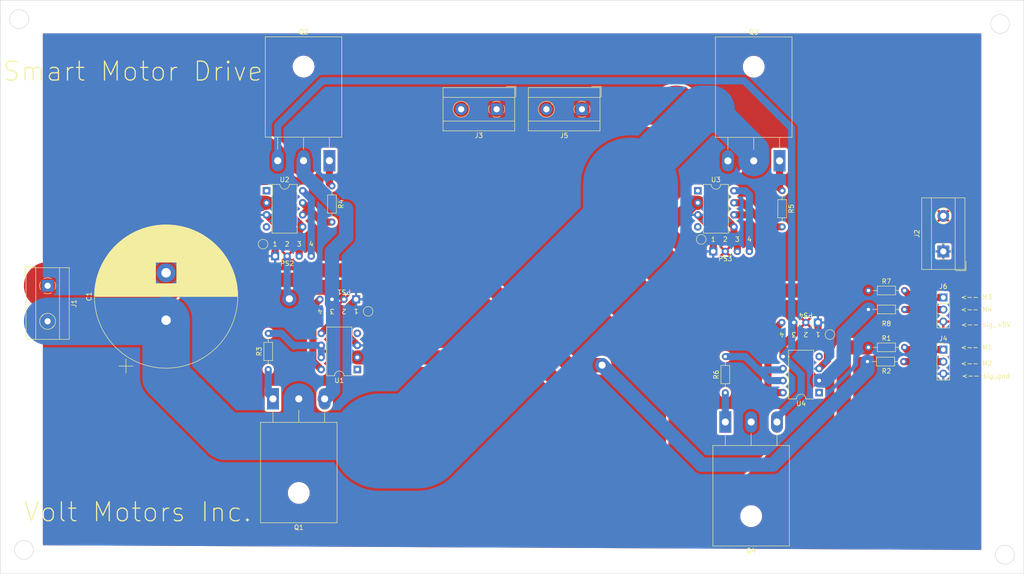
<source format=kicad_pcb>
(kicad_pcb (version 20211014) (generator pcbnew)
  (layers (0 "F.Cu" signal) (31 "B.Cu" signal) (34 "B.Paste" user) (35 "F.Paste" user) (36 "B.SilkS" user "B.Silkscreen") (37 "F.SilkS" user "F.Silkscreen") (38 "B.Mask" user) (39 "F.Mask" user) (44 "Edge.Cuts" user))
  (net 0 "")
  (net 1 "HV_VEE")
  (net 2 "HV_VCC")
  (net 3 "GND")
  (net 4 "+5V")
  (net 5 "Net-(J3-Pad1)")
  (net 6 "Net-(J3-Pad2)")
  (net 7 "Net-(J5-Pad1)")
  (net 8 "Net-(Q1-Pad1)")
  (net 9 "Net-(Q2-Pad1)")
  (net 10 "Net-(Q3-Pad1)")
  (net 11 "Net-(Q4-Pad1)")
  (net 12 "Net-(R1-Pad1)")
  (net 13 "Net-(R2-Pad1)")
  (net 14 "Net-(R3-Pad2)")
  (net 15 "Net-(R4-Pad2)")
  (net 16 "Net-(R5-Pad2)")
  (net 17 "Net-(R6-Pad2)")
  (net 18 "Net-(R7-Pad1)")
  (net 19 "Net-(R8-Pad1)")
  (net 22 "Net-(PS1-Pad4)")
  (net 25 "Net-(PS2-Pad4)")
  (net 28 "Net-(PS3-Pad4)")
  (net 31 "Net-(PS4-Pad4)")
  (net 32 "one")
  (net 33 "two")
  (net 34 "three")
  (net 35 "four")
  (footprint "Resistor_THT:R_Axial_DIN0204_L3.6mm_D1.6mm_P7.62mm_Horizontal" (layer "F.Cu") (at 90.55 101.92 90)
    (fp_text reference "R3" (at 3.81 -1.92 90) (layer "F.SilkS"))
    (fp_text value "R_US")
    (pad "1" thru_hole circle (at 0 0 90) (size 1.4 1.4) (drill 0.7) (layers *.Cu *.Mask) (net 8 "Net-(Q1-Pad1)"))
    (pad "2" thru_hole oval (at 7.62 0 90) (size 1.4 1.4) (drill 0.7) (layers *.Cu *.Mask) (net 14 "Net-(R3-Pad2)"))
  )
  (footprint "TerminalBlock_MetzConnect:TerminalBlock_MetzConnect_Type171_RT13702HBWC_1x02_P7.50mm_Horizontal" (layer "F.Cu") (at 138.75 47 180)
    (fp_text reference "J3" (at 3.75 -5.56) (layer "F.SilkS"))
    (fp_text value "motorOut")
    (pad "1" thru_hole rect (at 0 0 180) (size 2.5 2.5) (drill 1.3) (layers *.Cu *.Mask) (net 5 "Net-(J3-Pad1)"))
    (pad "2" thru_hole circle (at 7.5 0 180) (size 2.5 2.5) (drill 1.3) (layers *.Cu *.Mask) (net 6 "Net-(J3-Pad2)"))
  )
  (footprint "Module:roe0512" (layer "F.Cu") (at 187 77)
    (fp_text reference "PS3" (at 0 1.54 unlocked) (layer "F.SilkS"))
    (fp_text value "ROE-0512S")
    (fp_text user "3" (at 2.54 -2.54 unlocked) (layer "F.SilkS"))
    (fp_text user "2" (at 0 -2.54 unlocked) (layer "F.SilkS"))
    (fp_text user "4" (at 5.08 -2.54 unlocked) (layer "F.SilkS"))
    (fp_text user "1" (at -2.54 -2.54 unlocked) (layer "F.SilkS"))
    (pad "1" thru_hole rect (at -2.54 0) (size 1.7 1.7) (drill 1) (layers *.Cu *.Mask) (net 3 "GND"))
    (pad "2" thru_hole circle (at 0 0) (size 1.524 1.524) (drill 0.762) (layers *.Cu *.Mask) (net 4 "+5V"))
    (pad "3" thru_hole circle (at 2.54 0) (size 1.524 1.524) (drill 0.762) (layers *.Cu *.Mask) (net 7 "Net-(J5-Pad1)"))
    (pad "4" thru_hole circle (at 5.08 0) (size 1.524 1.524) (drill 0.762) (layers *.Cu *.Mask) (net 28 "Net-(PS3-Pad4)"))
  )
  (footprint "Package_DIP:DIP-8_W7.62mm" (layer "F.Cu") (at 206.8 106.8 180)
    (fp_text reference "U4" (at 3.81 -2.33) (layer "F.SilkS"))
    (fp_text value "TLP250")
    (pad "1" thru_hole rect (at 0 0 180) (size 1.6 1.6) (drill 0.8) (layers *.Cu *.Mask))
    (pad "2" thru_hole oval (at 0 2.54 180) (size 1.6 1.6) (drill 0.8) (layers *.Cu *.Mask) (net 19 "Net-(R8-Pad1)"))
    (pad "3" thru_hole oval (at 0 5.08 180) (size 1.6 1.6) (drill 0.8) (layers *.Cu *.Mask) (net 3 "GND"))
    (pad "4" thru_hole oval (at 0 7.62 180) (size 1.6 1.6) (drill 0.8) (layers *.Cu *.Mask))
    (pad "5" thru_hole oval (at 7.62 7.62 180) (size 1.6 1.6) (drill 0.8) (layers *.Cu *.Mask) (net 1 "HV_VEE"))
    (pad "6" thru_hole oval (at 7.62 5.08 180) (size 1.6 1.6) (drill 0.8) (layers *.Cu *.Mask) (net 17 "Net-(R6-Pad2)"))
    (pad "7" thru_hole oval (at 7.62 2.54 180) (size 1.6 1.6) (drill 0.8) (layers *.Cu *.Mask) (net 17 "Net-(R6-Pad2)"))
    (pad "8" thru_hole oval (at 7.62 0 180) (size 1.6 1.6) (drill 0.8) (layers *.Cu *.Mask) (net 31 "Net-(PS4-Pad4)"))
  )
  (footprint "Connector_PinHeader_2.54mm:PinHeader_1x03_P2.54mm_Vertical" (layer "F.Cu") (at 233 86.725)
    (fp_text reference "J6" (at 0 -2.33) (layer "F.SilkS"))
    (fp_text value "Conn_01x03_Male")
    (pad "1" thru_hole rect (at 0 0) (size 1.7 1.7) (drill 1) (layers *.Cu *.Mask) (net 34 "three"))
    (pad "2" thru_hole oval (at 0 2.54) (size 1.7 1.7) (drill 1) (layers *.Cu *.Mask) (net 35 "four"))
    (pad "3" thru_hole oval (at 0 5.08) (size 1.7 1.7) (drill 1) (layers *.Cu *.Mask) (net 4 "+5V"))
  )
  (footprint "Module:roe0512" (layer "F.Cu") (at 106.55 87.11 180)
    (fp_text reference "PS1" (at 0 1.54 180 unlocked) (layer "F.SilkS"))
    (fp_text value "ROE-0512S")
    (fp_text user "2" (at 0 -2.54 180 unlocked) (layer "F.SilkS"))
    (fp_text user "4" (at 5.08 -2.54 180 unlocked) (layer "F.SilkS"))
    (fp_text user "1" (at -2.54 -2.54 180 unlocked) (layer "F.SilkS"))
    (fp_text user "3" (at 2.54 -2.54 180 unlocked) (layer "F.SilkS"))
    (pad "1" thru_hole rect (at -2.54 0 180) (size 1.7 1.7) (drill 1) (layers *.Cu *.Mask) (net 3 "GND"))
    (pad "2" thru_hole circle (at 0 0 180) (size 1.524 1.524) (drill 0.762) (layers *.Cu *.Mask) (net 4 "+5V"))
    (pad "3" thru_hole circle (at 2.54 0 180) (size 1.524 1.524) (drill 0.762) (layers *.Cu *.Mask) (net 6 "Net-(J3-Pad2)"))
    (pad "4" thru_hole circle (at 5.08 0 180) (size 1.524 1.524) (drill 0.762) (layers *.Cu *.Mask) (net 22 "Net-(PS1-Pad4)"))
  )
  (footprint "Package_DIP:DIP-8_W7.62mm" (layer "F.Cu") (at 90.2 64.2)
    (fp_text reference "U2" (at 3.81 -2.33) (layer "F.SilkS"))
    (fp_text value "TLP250")
    (pad "1" thru_hole rect (at 0 0) (size 1.6 1.6) (drill 0.8) (layers *.Cu *.Mask))
    (pad "2" thru_hole oval (at 0 2.54) (size 1.6 1.6) (drill 0.8) (layers *.Cu *.Mask) (net 13 "Net-(R2-Pad1)"))
    (pad "3" thru_hole oval (at 0 5.08) (size 1.6 1.6) (drill 0.8) (layers *.Cu *.Mask) (net 3 "GND"))
    (pad "4" thru_hole oval (at 0 7.62) (size 1.6 1.6) (drill 0.8) (layers *.Cu *.Mask))
    (pad "5" thru_hole oval (at 7.62 7.62) (size 1.6 1.6) (drill 0.8) (layers *.Cu *.Mask) (net 1 "HV_VEE"))
    (pad "6" thru_hole oval (at 7.62 5.08) (size 1.6 1.6) (drill 0.8) (layers *.Cu *.Mask) (net 15 "Net-(R4-Pad2)"))
    (pad "7" thru_hole oval (at 7.62 2.54) (size 1.6 1.6) (drill 0.8) (layers *.Cu *.Mask) (net 15 "Net-(R4-Pad2)"))
    (pad "8" thru_hole oval (at 7.62 0) (size 1.6 1.6) (drill 0.8) (layers *.Cu *.Mask) (net 25 "Net-(PS2-Pad4)"))
  )
  (footprint "Package_TO_SOT_THT:TO-247-3_Horizontal_TabUp" (layer "F.Cu") (at 187 113)
    (fp_text reference "Q4" (at 5.45 27.15) (layer "F.SilkS"))
    (fp_text value "IXGH24N60C4D1")
    (pad "" np_thru_hole oval (at 5.45 19.86) (size 3.6 3.6) (drill 3.6) (layers *.Cu *.Mask))
    (pad "1" thru_hole rect (at 0 0) (size 2.5 4.5) (drill 1.5) (layers *.Cu *.Mask) (net 11 "Net-(Q4-Pad1)"))
    (pad "2" thru_hole oval (at 5.45 0) (size 2.5 4.5) (drill 1.5) (layers *.Cu *.Mask) (net 7 "Net-(J5-Pad1)"))
    (pad "3" thru_hole oval (at 10.9 0) (size 2.5 4.5) (drill 1.5) (layers *.Cu *.Mask) (net 1 "HV_VEE"))
  )
  (footprint "Resistor_THT:R_Axial_DIN0204_L3.6mm_D1.6mm_P7.62mm_Horizontal" (layer "F.Cu") (at 187 106.81 90)
    (fp_text reference "R6" (at 3.81 -1.92 90) (layer "F.SilkS"))
    (fp_text value "R_US")
    (pad "1" thru_hole circle (at 0 0 90) (size 1.4 1.4) (drill 0.7) (layers *.Cu *.Mask) (net 11 "Net-(Q4-Pad1)"))
    (pad "2" thru_hole oval (at 7.62 0 90) (size 1.4 1.4) (drill 0.7) (layers *.Cu *.Mask) (net 17 "Net-(R6-Pad2)"))
  )
  (footprint "Resistor_THT:R_Axial_DIN0204_L3.6mm_D1.6mm_P7.62mm_Horizontal" (layer "F.Cu") (at 199 64.19 -90)
    (fp_text reference "R5" (at 3.81 -1.92 90) (layer "F.SilkS"))
    (fp_text value "R_US")
    (pad "1" thru_hole circle (at 0 0 270) (size 1.4 1.4) (drill 0.7) (layers *.Cu *.Mask) (net 10 "Net-(Q3-Pad1)"))
    (pad "2" thru_hole oval (at 7.62 0 270) (size 1.4 1.4) (drill 0.7) (layers *.Cu *.Mask) (net 16 "Net-(R5-Pad2)"))
  )
  (footprint "Module:roe0512" (layer "F.Cu") (at 204 92 180)
    (fp_text reference "PS4" (at 0 1.54 180 unlocked) (layer "F.SilkS"))
    (fp_text value "ROE-0512S")
    (fp_text user "1" (at -2.54 -2.54 180 unlocked) (layer "F.SilkS"))
    (fp_text user "4" (at 5.08 -2.54 180 unlocked) (layer "F.SilkS"))
    (fp_text user "2" (at 0 -2.54 180 unlocked) (layer "F.SilkS"))
    (fp_text user "3" (at 2.54 -2.54 180 unlocked) (layer "F.SilkS"))
    (pad "1" thru_hole rect (at -2.54 0 180) (size 1.7 1.7) (drill 1) (layers *.Cu *.Mask) (net 3 "GND"))
    (pad "2" thru_hole circle (at 0 0 180) (size 1.524 1.524) (drill 0.762) (layers *.Cu *.Mask) (net 4 "+5V"))
    (pad "3" thru_hole circle (at 2.54 0 180) (size 1.524 1.524) (drill 0.762) (layers *.Cu *.Mask) (net 1 "HV_VEE"))
    (pad "4" thru_hole circle (at 5.08 0 180) (size 1.524 1.524) (drill 0.762) (layers *.Cu *.Mask) (net 31 "Net-(PS4-Pad4)"))
  )
  (footprint "TerminalBlock_MetzConnect:TerminalBlock_MetzConnect_Type171_RT13702HBWC_1x02_P7.50mm_Horizontal" (layer "F.Cu") (at 156.75 47 180)
    (fp_text reference "J5" (at 3.75 -5.56) (layer "F.SilkS"))
    (fp_text value "currentSens")
    (pad "1" thru_hole rect (at 0 0 180) (size 2.5 2.5) (drill 1.3) (layers *.Cu *.Mask) (net 7 "Net-(J5-Pad1)"))
    (pad "2" thru_hole circle (at 7.5 0 180) (size 2.5 2.5) (drill 1.3) (layers *.Cu *.Mask) (net 5 "Net-(J3-Pad1)"))
  )
  (footprint "Package_TO_SOT_THT:TO-247-3_Horizontal_TabUp" (layer "F.Cu") (at 91.55 108.11)
    (fp_text reference "Q1" (at 5.45 27.15) (layer "F.SilkS"))
    (fp_text value "IXGH24N60C4D1")
    (pad "" np_thru_hole oval (at 5.45 19.86) (size 3.6 3.6) (drill 3.6) (layers *.Cu *.Mask))
    (pad "1" thru_hole rect (at 0 0) (size 2.5 4.5) (drill 1.5) (layers *.Cu *.Mask) (net 8 "Net-(Q1-Pad1)"))
    (pad "2" thru_hole oval (at 5.45 0) (size 2.5 4.5) (drill 1.5) (layers *.Cu *.Mask) (net 2 "HV_VCC"))
    (pad "3" thru_hole oval (at 10.9 0) (size 2.5 4.5) (drill 1.5) (layers *.Cu *.Mask) (net 6 "Net-(J3-Pad2)"))
  )
  (footprint "TerminalBlock_MetzConnect:TerminalBlock_MetzConnect_Type171_RT13702HBWC_1x02_P7.50mm_Horizontal" (layer "F.Cu") (at 44 84.25 -90)
    (fp_text reference "J1" (at 3.75 -5.56 90) (layer "F.SilkS"))
    (fp_text value "HV_IN")
    (pad "1" thru_hole rect (at 0 0 270) (size 2.5 2.5) (drill 1.3) (layers *.Cu *.Mask) (net 1 "HV_VEE"))
    (pad "2" thru_hole circle (at 7.5 0 270) (size 2.5 2.5) (drill 1.3) (layers *.Cu *.Mask) (net 2 "HV_VCC"))
  )
  (footprint "Resistor_THT:R_Axial_DIN0204_L3.6mm_D1.6mm_P7.62mm_Horizontal" (layer "F.Cu") (at 217.19 89.25)
    (fp_text reference "R8" (at 3.81 3) (layer "F.SilkS"))
    (fp_text value "R_US")
    (pad "1" thru_hole circle (at 0 0) (size 1.4 1.4) (drill 0.7) (layers *.Cu *.Mask) (net 19 "Net-(R8-Pad1)"))
    (pad "2" thru_hole oval (at 7.62 0) (size 1.4 1.4) (drill 0.7) (layers *.Cu *.Mask) (net 35 "four"))
  )
  (footprint "Package_TO_SOT_THT:TO-247-3_Horizontal_TabUp" (layer "F.Cu") (at 103.45 57.86 180)
    (fp_text reference "Q2" (at 5.45 27.15) (layer "F.SilkS"))
    (fp_text value "IXGH24N60C4D1")
    (pad "" np_thru_hole oval (at 5.45 19.86 180) (size 3.6 3.6) (drill 3.6) (layers *.Cu *.Mask))
    (pad "1" thru_hole rect (at 0 0 180) (size 2.5 4.5) (drill 1.5) (layers *.Cu *.Mask) (net 9 "Net-(Q2-Pad1)"))
    (pad "2" thru_hole oval (at 5.45 0 180) (size 2.5 4.5) (drill 1.5) (layers *.Cu *.Mask) (net 6 "Net-(J3-Pad2)"))
    (pad "3" thru_hole oval (at 10.9 0 180) (size 2.5 4.5) (drill 1.5) (layers *.Cu *.Mask) (net 1 "HV_VEE"))
  )
  (footprint "Resistor_THT:R_Axial_DIN0204_L3.6mm_D1.6mm_P7.62mm_Horizontal" (layer "F.Cu") (at 104 63.19 -90)
    (fp_text reference "R4" (at 3.81 -1.92 90) (layer "F.SilkS"))
    (fp_text value "R_US")
    (pad "1" thru_hole circle (at 0 0 270) (size 1.4 1.4) (drill 0.7) (layers *.Cu *.Mask) (net 9 "Net-(Q2-Pad1)"))
    (pad "2" thru_hole oval (at 7.62 0 270) (size 1.4 1.4) (drill 0.7) (layers *.Cu *.Mask) (net 15 "Net-(R4-Pad2)"))
  )
  (footprint "Package_DIP:DIP-8_W7.62mm" (layer "F.Cu") (at 181.2 64.2)
    (fp_text reference "U3" (at 3.81 -2.33) (layer "F.SilkS"))
    (fp_text value "TLP250")
    (pad "1" thru_hole rect (at 0 0) (size 1.6 1.6) (drill 0.8) (layers *.Cu *.Mask))
    (pad "2" thru_hole oval (at 0 2.54) (size 1.6 1.6) (drill 0.8) (layers *.Cu *.Mask) (net 18 "Net-(R7-Pad1)"))
    (pad "3" thru_hole oval (at 0 5.08) (size 1.6 1.6) (drill 0.8) (layers *.Cu *.Mask) (net 3 "GND"))
    (pad "4" thru_hole oval (at 0 7.62) (size 1.6 1.6) (drill 0.8) (layers *.Cu *.Mask))
    (pad "5" thru_hole oval (at 7.62 7.62) (size 1.6 1.6) (drill 0.8) (layers *.Cu *.Mask) (net 7 "Net-(J5-Pad1)"))
    (pad "6" thru_hole oval (at 7.62 5.08) (size 1.6 1.6) (drill 0.8) (layers *.Cu *.Mask) (net 16 "Net-(R5-Pad2)"))
    (pad "7" thru_hole oval (at 7.62 2.54) (size 1.6 1.6) (drill 0.8) (layers *.Cu *.Mask) (net 16 "Net-(R5-Pad2)"))
    (pad "8" thru_hole oval (at 7.62 0) (size 1.6 1.6) (drill 0.8) (layers *.Cu *.Mask) (net 28 "Net-(PS3-Pad4)"))
  )
  (footprint "Resistor_THT:R_Axial_DIN0204_L3.6mm_D1.6mm_P7.62mm_Horizontal" (layer "F.Cu") (at 217.19 97.25)
    (fp_text reference "R1" (at 3.81 -1.92) (layer "F.SilkS"))
    (fp_text value "R_US")
    (pad "1" thru_hole circle (at 0 0) (size 1.4 1.4) (drill 0.7) (layers *.Cu *.Mask) (net 12 "Net-(R1-Pad1)"))
    (pad "2" thru_hole oval (at 7.62 0) (size 1.4 1.4) (drill 0.7) (layers *.Cu *.Mask) (net 32 "one"))
  )
  (footprint "Package_DIP:DIP-8_W7.62mm" (layer "F.Cu") (at 109.35 101.91 180)
    (fp_text reference "U1" (at 3.81 -2.33) (layer "F.SilkS"))
    (fp_text value "TLP250")
    (pad "1" thru_hole rect (at 0 0 180) (size 1.6 1.6) (drill 0.8) (layers *.Cu *.Mask))
    (pad "2" thru_hole oval (at 0 2.54 180) (size 1.6 1.6) (drill 0.8) (layers *.Cu *.Mask) (net 12 "Net-(R1-Pad1)"))
    (pad "3" thru_hole oval (at 0 5.08 180) (size 1.6 1.6) (drill 0.8) (layers *.Cu *.Mask) (net 3 "GND"))
    (pad "4" thru_hole oval (at 0 7.62 180) (size 1.6 1.6) (drill 0.8) (layers *.Cu *.Mask))
    (pad "5" thru_hole oval (at 7.62 7.62 180) (size 1.6 1.6) (drill 0.8) (layers *.Cu *.Mask) (net 6 "Net-(J3-Pad2)"))
    (pad "6" thru_hole oval (at 7.62 5.08 180) (size 1.6 1.6) (drill 0.8) (layers *.Cu *.Mask) (net 14 "Net-(R3-Pad2)"))
    (pad "7" thru_hole oval (at 7.62 2.54 180) (size 1.6 1.6) (drill 0.8) (layers *.Cu *.Mask) (net 14 "Net-(R3-Pad2)"))
    (pad "8" thru_hole oval (at 7.62 0 180) (size 1.6 1.6) (drill 0.8) (layers *.Cu *.Mask) (net 22 "Net-(PS1-Pad4)"))
  )
  (footprint "Resistor_THT:R_Axial_DIN0204_L3.6mm_D1.6mm_P7.62mm_Horizontal" (layer "F.Cu") (at 217.19 85.25)
    (fp_text reference "R7" (at 3.81 -1.92) (layer "F.SilkS"))
    (fp_text value "R_US")
    (pad "1" thru_hole circle (at 0 0) (size 1.4 1.4) (drill 0.7) (layers *.Cu *.Mask) (net 18 "Net-(R7-Pad1)"))
    (pad "2" thru_hole oval (at 7.62 0) (size 1.4 1.4) (drill 0.7) (layers *.Cu *.Mask) (net 34 "three"))
  )
  (footprint "Resistor_THT:R_Axial_DIN0204_L3.6mm_D1.6mm_P7.62mm_Horizontal" (layer "F.Cu") (at 217 100.25)
    (fp_text reference "R2" (at 4 2) (layer "F.SilkS"))
    (fp_text value "R_US")
    (pad "1" thru_hole circle (at 0 0) (size 1.4 1.4) (drill 0.7) (layers *.Cu *.Mask) (net 13 "Net-(R2-Pad1)"))
    (pad "2" thru_hole oval (at 7.62 0) (size 1.4 1.4) (drill 0.7) (layers *.Cu *.Mask) (net 33 "two"))
  )
  (footprint "Connector_PinHeader_2.54mm:PinHeader_1x03_P2.54mm_Vertical" (layer "F.Cu") (at 233 97.725)
    (fp_text reference "J4" (at 0 -2.33) (layer "F.SilkS"))
    (fp_text value "Conn_01x03_Male")
    (pad "1" thru_hole rect (at 0 0) (size 1.7 1.7) (drill 1) (layers *.Cu *.Mask) (net 32 "one"))
    (pad "2" thru_hole oval (at 0 2.54) (size 1.7 1.7) (drill 1) (layers *.Cu *.Mask) (net 33 "two"))
    (pad "3" thru_hole oval (at 0 5.08) (size 1.7 1.7) (drill 1) (layers *.Cu *.Mask) (net 3 "GND"))
  )
  (footprint "TerminalBlock_MetzConnect:TerminalBlock_MetzConnect_Type171_RT13702HBWC_1x02_P7.50mm_Horizontal" (layer "F.Cu") (at 233 77 90)
    (fp_text reference "J2" (at 3.75 -5.56 90) (layer "F.SilkS"))
    (fp_text value "vin5")
    (pad "1" thru_hole rect (at 0 0 90) (size 2.5 2.5) (drill 1.3) (layers *.Cu *.Mask) (net 3 "GND"))
    (pad "2" thru_hole circle (at 7.5 0 90) (size 2.5 2.5) (drill 1.3) (layers *.Cu *.Mask) (net 4 "+5V"))
  )
  (footprint "Package_TO_SOT_THT:TO-247-3_Horizontal_TabUp" (layer "F.Cu") (at 198.45 57.89 180)
    (fp_text reference "Q3" (at 5.45 27.15) (layer "F.SilkS"))
    (fp_text value "IXGH24N60C4D1")
    (pad "" np_thru_hole oval (at 5.45 19.86 180) (size 3.6 3.6) (drill 3.6) (layers *.Cu *.Mask))
    (pad "1" thru_hole rect (at 0 0 180) (size 2.5 4.5) (drill 1.5) (layers *.Cu *.Mask) (net 10 "Net-(Q3-Pad1)"))
    (pad "2" thru_hole oval (at 5.45 0 180) (size 2.5 4.5) (drill 1.5) (layers *.Cu *.Mask) (net 2 "HV_VCC"))
    (pad "3" thru_hole oval (at 10.9 0 180) (size 2.5 4.5) (drill 1.5) (layers *.Cu *.Mask) (net 7 "Net-(J5-Pad1)"))
  )
  (footprint "Module:roe0512" (layer "F.Cu") (at 94.54 78)
    (fp_text reference "PS2" (at 0 1.54 unlocked) (layer "F.SilkS"))
    (fp_text value "ROE-0512S")
    (fp_text user "4" (at 5.08 -2.54 unlocked) (layer "F.SilkS"))
    (fp_text user "3" (at 2.54 -2.54 unlocked) (layer "F.SilkS"))
    (fp_text user "1" (at -2.54 -2.54 unlocked) (layer "F.SilkS"))
    (fp_text user "2" (at 0 -2.54 unlocked) (layer "F.SilkS"))
    (pad "1" thru_hole rect (at -2.54 0) (size 1.7 1.7) (drill 1) (layers *.Cu *.Mask) (net 3 "GND"))
    (pad "2" thru_hole circle (at 0 0) (size 1.524 1.524) (drill 0.762) (layers *.Cu *.Mask) (net 4 "+5V"))
    (pad "3" thru_hole circle (at 2.54 0) (size 1.524 1.524) (drill 0.762) (layers *.Cu *.Mask) (net 1 "HV_VEE"))
    (pad "4" thru_hole circle (at 5.08 0) (size 1.524 1.524) (drill 0.762) (layers *.Cu *.Mask) (net 25 "Net-(PS2-Pad4)"))
  )
  (footprint "Capacitor_THT:CP_Radial_D30.0mm_P10.00mm_SnapIn" (layer "F.Cu") (at 69 91.517935 90)
    (fp_text reference "C1" (at 5 -16.25 90) (layer "F.SilkS"))
    (fp_text value "C_Polarized_US")
    (pad "1" thru_hole rect (at 0 0 90) (size 4 4) (drill 2) (layers *.Cu *.Mask) (net 2 "HV_VCC"))
    (pad "2" thru_hole circle (at 10 0 90) (size 4 4) (drill 2) (layers *.Cu *.Mask) (net 1 "HV_VEE"))
  )
  (gr_circle (center 39 140) (end 41 140) (layer "Edge.Cuts") (width 0.1) (fill none))
  (gr_rect (start 34 24) (end 250 145) (layer "Edge.Cuts") (width 0.1) (fill none))
  (gr_circle (center 246 141) (end 248 141) (layer "Edge.Cuts") (width 0.1) (fill none))
  (gr_circle (center 38 28) (end 40 28) (layer "Edge.Cuts") (width 0.1) (fill none))
  (gr_circle (center 245 29) (end 247 29) (layer "Edge.Cuts") (width 0.1) (fill none))
  (gr_text "<-- M3\n\n\n" (at 240 88.25) (layer "F.SilkS") (effects (font (size 1 1))))
  (gr_text "Volt Motors Inc." (at 63 132) (layer "F.SilkS") (effects (font (size 4 4) (thickness 0.25))))
  (gr_text "<-- M4\n" (at 240 89.25) (layer "F.SilkS") (effects (font (size 1 1))))
  (gr_text "<-- sig_+5V\n\n" (at 242 93.25) (layer "F.SilkS") (effects (font (size 1 1))))
  (gr_text "<-- M1\n" (at 240 97.25) (layer "F.SilkS") (effects (font (size 1 1))))
  (gr_text "<-- sig_gnd\n" (at 242 103.25) (layer "F.SilkS") (effects (font (size 1 1))))
  (gr_text "<-- M2\n\n\n" (at 240 102.25) (layer "F.SilkS") (effects (font (size 1 1))))
  (gr_text "Smart Motor Drive\n" (at 62 39) (layer "F.SilkS") (effects (font (size 4 4) (thickness 0.25))))
  (segment (start 72 70.400978) (end 84.400978 58) (width 10) (layer "F.Cu") (net 1))
  (segment (start 199.18 96.82) (end 201.46 94.54) (width 1.5) (layer "F.Cu") (net 1))
  (segment (start 92.55 66.55) (end 97.82 71.82) (width 1.5) (layer "F.Cu") (net 1))
  (segment (start 84.400978 58) (end 89.55048 58) (width 10) (layer "F.Cu") (net 1))
  (segment (start 199.18 99.18) (end 199.18 96.82) (width 1.5) (layer "F.Cu") (net 1))
  (segment (start 66.75 84.25) (end 72 79) (width 10) (layer "F.Cu") (net 1))
  (segment (start 89.55048 58) (end 89.55048 57.86) (width 10) (layer "F.Cu") (net 1))
  (segment (start 44 84.25) (end 66.75 84.25) (width 10) (layer "F.Cu") (net 1))
  (segment (start 97.08 72.56) (end 97.82 71.82) (width 1.5) (layer "F.Cu") (net 1))
  (segment (start 92.55 57.86) (end 92.55 66.55) (width 1.5) (layer "F.Cu") (net 1))
  (segment (start 72 79) (end 72 70.400978) (width 10) (layer "F.Cu") (net 1))
  (segment (start 97.08 78) (end 97.08 72.56) (width 1.5) (layer "F.Cu") (net 1))
  (segment (start 201.46 94.54) (end 201.46 92) (width 1.5) (layer "F.Cu") (net 1))
  (segment (start 203 107) (end 203 103) (width 1.5) (layer "B.Cu") (net 1))
  (segment (start 197.9 113) (end 197.9 112.1) (width 1.5) (layer "B.Cu") (net 1))
  (segment (start 203 103) (end 199.18 99.18) (width 1.5) (layer "B.Cu") (net 1))
  (segment (start 197.9 112.1) (end 203 107) (width 1.5) (layer "B.Cu") (net 1))
  (segment (start 102 41) (end 92.55 50.45) (width 1.5) (layer "B.Cu") (net 1))
  (segment (start 201 97.36) (end 201 51) (width 1.5) (layer "B.Cu") (net 1))
  (segment (start 199.18 99.18) (end 201 97.36) (width 1.5) (layer "B.Cu") (net 1))
  (segment (start 201 51) (end 191 41) (width 1.5) (layer "B.Cu") (net 1))
  (segment (start 191 41) (end 102 41) (width 1.5) (layer "B.Cu") (net 1))
  (segment (start 92.55 50.45) (end 92.55 57.86) (width 1.5) (layer "B.Cu") (net 1))
  (segment (start 100 116) (end 107 116) (width 6.5) (layer "B.Cu") (net 2))
  (segment (start 113 116) (end 114 117) (width 10) (layer "B.Cu") (net 2))
  (segment (start 44 91.75) (end 68.767935 91.75) (width 10) (layer "B.Cu") (net 2))
  (segment (start 100 116) (end 113 116) (width 10) (layer "B.Cu") (net 2))
  (segment (start 97 113) (end 100 116) (width 6.5) (layer "B.Cu") (net 2))
  (segment (start 114 117) (end 122 117) (width 20) (layer "B.Cu") (net 2))
  (segment (start 68.767935 91.75) (end 69 91.517935) (width 10) (layer "B.Cu") (net 2))
  (segment (start 170 60) (end 170 59) (width 10) (layer "B.Cu") (net 2))
  (segment (start 81.482065 116) (end 100 116) (width 10) (layer "B.Cu") (net 2))
  (segment (start 69 91.517935) (end 69 103.517935) (width 10) (layer "B.Cu") (net 2))
  (segment (start 122 117) (end 167 72) (width 20) (layer "B.Cu") (net 2))
  (segment (start 182 47) (end 184 47) (width 10) (layer "B.Cu") (net 2))
  (segment (start 184.306124 47) (end 193 55.693876) (width 6.5) (layer "B.Cu") (net 2))
  (segment (start 69 103.517935) (end 81.482065 116) (width 10) (layer "B.Cu") (net 2))
  (segment (start 193 55.693876) (end 193 57.89) (width 6.5) (layer "B.Cu") (net 2))
  (segment (start 97 108.11) (end 97 113) (width 6.5) (layer "B.Cu") (net 2))
  (segment (start 170 59) (end 182 47) (width 10) (layer "B.Cu") (net 2))
  (segment (start 167 63) (end 170 60) (width 10) (layer "B.Cu") (net 2))
  (segment (start 184 47) (end 184.306124 47) (width 6.5) (layer "B.Cu") (net 2))
  (segment (start 167 72) (end 167 63) (width 20) (layer "B.Cu") (net 2))
  (segment (start 92 78) (end 92 71.08) (width 1.5) (layer "F.Cu") (net 3))
  (segment (start 207 96) (end 208.549511 97.549511) (width 1.5) (layer "F.Cu") (net 3))
  (segment (start 107.600489 88.599511) (end 107.600489 95.080489) (width 1.5) (layer "F.Cu") (net 3))
  (segment (start 207 94) (end 207 96) (width 1.5) (layer "F.Cu") (net 3))
  (segment (start 184.46 72.54) (end 184.46 77) (width 1.5) (layer "F.Cu") (net 3))
  (segment (start 107.600489 95.080489) (end 109.35 96.83) (width 1.5) (layer "F.Cu") (net 3))
  (segment (start 181.2 69.28) (end 184.46 72.54) (width 1.5) (layer "F.Cu") (net 3))
  (segment (start 109.09 87.11) (end 107.600489 88.599511) (width 1.5) (layer "F.Cu") (net 3))
  (segment (start 206.54 92) (end 206.54 93.54) (width 1.5) (layer "F.Cu") (net 3))
  (segment (start 208.549511 99.970489) (end 206.8 101.72) (width 1.5) (layer "F.Cu") (net 3))
  (segment (start 92 71.08) (end 90.2 69.28) (width 1.5) (layer "F.Cu") (net 3))
  (segment (start 208.549511 97.549511) (end 208.549511 99.970489) (width 1.5) (layer "F.Cu") (net 3))
  (segment (start 206.54 93.54) (end 207 94) (width 1.5) (layer "F.Cu") (net 3))
  (segment (start 96 88) (end 95 87) (width 1.5) (layer "F.Cu") (net 4))
  (segment (start 99.601511 85.398489) (end 97 88) (width 1.5) (layer "F.Cu") (net 4))
  (segment (start 97 88) (end 96 88) (width 1.5) (layer "F.Cu") (net 4))
  (segment (start 104.838489 85.398489) (end 99.601511 85.398489) (width 1.5) (layer "F.Cu") (net 4))
  (segment (start 106.55 87.11) (end 104.838489 85.398489) (width 1.5) (layer "F.Cu") (net 4))
  (via (at 95 87) (size 3) (drill 1.5) (layers "F.Cu" "B.Cu") (net 4))
  (segment (start 94.54 86.54) (end 95 87) (width 1.5) (layer "B.Cu") (net 4))
  (segment (start 94.54 78) (end 94.54 86.54) (width 1.5) (layer "B.Cu") (net 4))
  (segment (start 138.75 47) (end 149.25 47) (width 6.5) (layer "F.Cu") (net 5))
  (segment (start 98 57.86) (end 98 52.910978) (width 6.5) (layer "F.Cu") (net 6))
  (segment (start 103.910978 47) (end 130.25 47) (width 6.5) (layer "F.Cu") (net 6))
  (segment (start 98 52.910978) (end 103.910978 47) (width 6.5) (layer "F.Cu") (net 6))
  (segment (start 104.01 87.11) (end 104.01 92.01) (width 1.5) (layer "F.Cu") (net 6))
  (segment (start 104.01 92.01) (end 101.73 94.29) (width 1.5) (layer "F.Cu") (net 6))
  (segment (start 104 77) (end 107 74) (width 3) (layer "B.Cu") (net 6))
  (segment (start 104.229511 88.229511) (end 104 88) (width 3) (layer "B.Cu") (net 6))
  (segment (start 107 74) (end 107 68) (width 3) (layer "B.Cu") (net 6))
  (segment (start 105.416578 68) (end 98 60.583422) (width 3) (layer "B.Cu") (net 6))
  (segment (start 107 68) (end 105.416578 68) (width 3) (layer "B.Cu") (net 6))
  (segment (start 104 88) (end 104 77) (width 3) (layer "B.Cu") (net 6))
  (segment (start 102.45 108.11) (end 104.229511 106.330489) (width 3) (layer "B.Cu") (net 6))
  (segment (start 98 60.583422) (end 98 57.86) (width 3) (layer "B.Cu") (net 6))
  (segment (start 104.229511 106.330489) (end 104.229511 88.229511) (width 3) (layer "B.Cu") (net 6))
  (segment (start 176.66 47) (end 176.66 59.34) (width 10) (layer "F.Cu") (net 7))
  (segment (start 189.54 75.54) (end 189.54 77) (width 1.5) (layer "F.Cu") (net 7))
  (segment (start 192.45 113) (end 192.45 117.949022) (width 6.5) (layer "F.Cu") (net 7))
  (segment (start 192.45 117.949022) (end 188.399022 122) (width 6.5) (layer "F.Cu") (net 7))
  (segment (start 156.75 47) (end 176.66 47) (width 6.5) (layer "F.Cu") (net 7))
  (segment (start 188.399022 122) (end 183 122) (width 6.5) (layer "F.Cu") (net 7))
  (segment (start 185 60.44) (end 187.55 57.89) (width 1.5) (layer "F.Cu") (net 7))
  (segment (start 160 76) (end 160 80) (width 10) (layer "F.Cu") (net 7))
  (segment (start 188.82 71.82) (end 188.82 74.82) (width 1.5) (layer "F.Cu") (net 7))
  (segment (start 185 68) (end 185 60.44) (width 1.5) (layer "F.Cu") (net 7))
  (segment (start 188.82 71.82) (end 185 68) (width 1.5) (layer "F.Cu") (net 7))
  (segment (start 183 122) (end 180 119) (width 6.5) (layer "F.Cu") (net 7))
  (segment (start 188.82 74.82) (end 189.54 75.54) (width 1.5) (layer "F.Cu") (net 7))
  (segment (start 176.66 59.34) (end 160 76) (width 10) (layer "F.Cu") (net 7))
  (segment (start 180 100) (end 180 119) (width 10) (layer "F.Cu") (net 7))
  (segment (start 176.66 47) (end 187.55 57.89) (width 6.5) (layer "F.Cu") (net 7))
  (segment (start 160 80) (end 180 100) (width 10) (layer "F.Cu") (net 7))
  (segment (start 90.55 101.92) (end 90.55 107.11) (width 1.5) (layer "B.Cu") (net 8))
  (segment (start 90.55 107.11) (end 91.55 108.11) (width 1.5) (layer "B.Cu") (net 8))
  (segment (start 103.45 62.64) (end 104 63.19) (width 1.5) (layer "F.Cu") (net 9))
  (segment (start 103.45 57.86) (end 103.45 62.64) (width 1.5) (layer "F.Cu") (net 9))
  (segment (start 198.45 63.64) (end 199 64.19) (width 1.5) (layer "F.Cu") (net 10))
  (segment (start 198.45 57.89) (end 198.45 63.64) (width 1.5) (layer "F.Cu") (net 10))
  (segment (start 187 113) (end 187 106.81) (width 1.5) (layer "B.Cu") (net 11))
  (segment (start 212 98) (end 212.75 97.25) (width 3) (layer "F.Cu") (net 12))
  (segment (start 212 123) (end 212 98) (width 3) (layer "F.Cu") (net 12))
  (segment (start 212.75 97.25) (end 217.19 97.25) (width 3) (layer "F.Cu") (net 12))
  (segment (start 109.35 99.37) (end 146.37 99.37) (width 3) (layer "F.Cu") (net 12))
  (segment (start 208 127) (end 212 123) (width 3) (layer "F.Cu") (net 12))
  (segment (start 146.37 99.37) (end 174 127) (width 3) (layer "F.Cu") (net 12))
  (segment (start 174 127) (end 208 127) (width 3) (layer "F.Cu") (net 12))
  (segment (start 98 83) (end 89 83) (width 3) (layer "F.Cu") (net 13))
  (segment (start 89 67) (end 89.26 66.74) (width 3) (layer "F.Cu") (net 13))
  (segment (start 89 83) (end 85 79) (width 3) (layer "F.Cu") (net 13))
  (segment (start 134 81) (end 154 101) (width 3) (layer "F.Cu") (net 13))
  (segment (start 89.26 66.74) (end 90.10048 66.74) (width 3) (layer "F.Cu") (net 13))
  (segment (start 100 81) (end 98 83) (width 3) (layer "F.Cu") (net 13))
  (segment (start 88 67) (end 89 67) (width 3) (layer "F.Cu") (net 13))
  (segment (start 154 101) (end 161 101) (width 3) (layer "F.Cu") (net 13))
  (segment (start 134 81) (end 100 81) (width 3) (layer "F.Cu") (net 13))
  (segment (start 85 70) (end 88 67) (width 3) (layer "F.Cu") (net 13))
  (segment (start 85 79) (end 85 70) (width 3) (layer "F.Cu") (net 13))
  (via (at 161 101) (size 3) (drill 1.5) (layers "F.Cu" "B.Cu") (net 13))
  (segment (start 197 122) (end 217 102) (width 3) (layer "B.Cu") (net 13))
  (segment (start 182 122) (end 197 122) (width 3) (layer "B.Cu") (net 13))
  (segment (start 161 101) (end 182 122) (width 3) (layer "B.Cu") (net 13))
  (segment (start 217 102) (end 217 100.25) (width 3) (layer "B.Cu") (net 13))
  (segment (start 96.17 96.83) (end 101.73 96.83) (width 1.5) (layer "B.Cu") (net 14))
  (segment (start 90.55 94.3) (end 93.3 94.3) (width 1.5) (layer "B.Cu") (net 14))
  (segment (start 96 97) (end 96.17 96.83) (width 1.5) (layer "B.Cu") (net 14))
  (segment (start 93.3 94.3) (end 96 97) (width 1.5) (layer "B.Cu") (net 14))
  (segment (start 101.73 99.37) (end 101.73 96.83) (width 1.5) (layer "B.Cu") (net 14))
  (segment (start 99.54 68.46) (end 97.82 66.74) (width 1.5) (layer "F.Cu") (net 15))
  (segment (start 104 70.81) (end 101.89 70.81) (width 1.5) (layer "F.Cu") (net 15))
  (segment (start 101.89 70.81) (end 99.54 68.46) (width 1.5) (layer "F.Cu") (net 15))
  (segment (start 98.64 68.46) (end 99.54 68.46) (width 1.5) (layer "F.Cu") (net 15))
  (segment (start 97.82 69.28) (end 98.64 68.46) (width 1.5) (layer "F.Cu") (net 15))
  (segment (start 199 71.81) (end 195.81 71.81) (width 1.5) (layer "F.Cu") (net 16))
  (segment (start 192.5 68.5) (end 190.74 66.74) (width 1.5) (layer "F.Cu") (net 16))
  (segment (start 195.81 71.81) (end 192.5 68.5) (width 1.5) (layer "F.Cu") (net 16))
  (segment (start 188.82 69.28) (end 191.72 69.28) (width 1.5) (layer "F.Cu") (net 16))
  (segment (start 191.72 69.28) (end 192.5 68.5) (width 1.5) (layer "F.Cu") (net 16))
  (segment (start 190.74 66.74) (end 188.82 66.74) (width 1.5) (layer "F.Cu") (net 16))
  (segment (start 191.19 99.19) (end 194 102) (width 1.5) (layer "B.Cu") (net 17))
  (segment (start 199.18 101.82) (end 199.18 101.72) (width 1.5) (layer "B.Cu") (net 17))
  (segment (start 196.26 104.26) (end 194 102) (width 1.5) (layer "B.Cu") (net 17))
  (segment (start 199.18 104.26) (end 196.26 104.26) (width 1.5) (layer "B.Cu") (net 17))
  (segment (start 199 102) (end 199.18 101.82) (width 1.5) (layer "B.Cu") (net 17))
  (segment (start 187 99.19) (end 191.19 99.19) (width 1.5) (layer "B.Cu") (net 17))
  (segment (start 194 102) (end 199 102) (width 1.5) (layer "B.Cu") (net 17))
  (segment (start 180.205156 66.74) (end 175 71.945157) (width 3) (layer "F.Cu") (net 18))
  (segment (start 175 73) (end 187.25 85.25) (width 3) (layer "F.Cu") (net 18))
  (segment (start 175 71.945157) (end 175 73) (width 3) (layer "F.Cu") (net 18))
  (segment (start 181.2 66.74) (end 180.205156 66.74) (width 3) (layer "F.Cu") (net 18))
  (segment (start 187.25 85.25) (end 217.19 85.25) (width 3) (layer "F.Cu") (net 18))
  (segment (start 217.19 89.25) (end 212 94.44) (width 3) (layer "B.Cu") (net 19))
  (segment (start 212 94.44) (end 212 100.19137) (width 3) (layer "B.Cu") (net 19))
  (segment (start 207.93137 104.26) (end 206.8 104.26) (width 3) (layer "B.Cu") (net 19))
  (segment (start 212 100.19137) (end 207.93137 104.26) (width 3) (layer "B.Cu") (net 19))
  (segment (start 99.980489 100.160489) (end 101.73 101.91) (width 1.5) (layer "F.Cu") (net 22))
  (segment (start 99.980489 88.599511) (end 99.980489 100.160489) (width 1.5) (layer "F.Cu") (net 22))
  (segment (start 101.47 87.11) (end 99.980489 88.599511) (width 1.5) (layer "F.Cu") (net 22))
  (segment (start 99.62 66) (end 97.82 64.2) (width 1.5) (layer "B.Cu") (net 25))
  (segment (start 99.62 78) (end 99.62 66) (width 1.5) (layer "B.Cu") (net 25))
  (segment (start 191.2 64.2) (end 192.08 65.08) (width 1.5) (layer "B.Cu") (net 28))
  (segment (start 192.08 65.08) (end 192.08 77) (width 1.5) (layer "B.Cu") (net 28))
  (segment (start 188.82 64.2) (end 191.2 64.2) (width 1.5) (layer "B.Cu") (net 28))
  (segment (start 196 94.92) (end 196 106) (width 1.5) (layer "F.Cu") (net 31))
  (segment (start 196.8 106.8) (end 199.18 106.8) (width 1.5) (layer "F.Cu") (net 31))
  (segment (start 196 106) (end 196.8 106.8) (width 1.5) (layer "F.Cu") (net 31))
  (segment (start 198.92 92) (end 196 94.92) (width 1.5) (layer "F.Cu") (net 31))
  (segment (start 225.285 97.725) (end 224.81 97.25) (width 1.5) (layer "F.Cu") (net 32))
  (segment (start 233 97.725) (end 225.285 97.725) (width 1.5) (layer "F.Cu") (net 32))
  (segment (start 233 100.265) (end 224.635 100.265) (width 1.5) (layer "F.Cu") (net 33))
  (segment (start 224.635 100.265) (end 224.62 100.25) (width 1.5) (layer "F.Cu") (net 33))
  (segment (start 233 86.725) (end 226.285 86.725) (width 1.5) (layer "F.Cu") (net 34))
  (segment (start 226.285 86.725) (end 224.81 85.25) (width 1.5) (layer "F.Cu") (net 34))
  (segment (start 224.825 89.265) (end 224.81 89.25) (width 1.5) (layer "F.Cu") (net 35))
  (segment (start 233 89.265) (end 224.825 89.265) (width 1.5) (layer "F.Cu") (net 35))
  (zone (net 4) (net_name "+5V") (layer "F.Cu") (connect_pads (clearance 0.508)) (min_thickness 0.254) (fill yes (thermal_gap 0.508) (thermal_bridge_width 0.508))
    (polygon (pts (xy 241 140) (xy 43 139) (xy 43 31) (xy 241 31)))
  )
  (zone (net 3) (net_name "GND") (layer "B.Cu") (connect_pads (clearance 0.508)) (min_thickness 0.254) (fill yes (thermal_gap 0.508) (thermal_bridge_width 0.508))
    (polygon (pts (xy 241 140) (xy 43 139) (xy 43 31) (xy 241 31)))
  )
)
</source>
